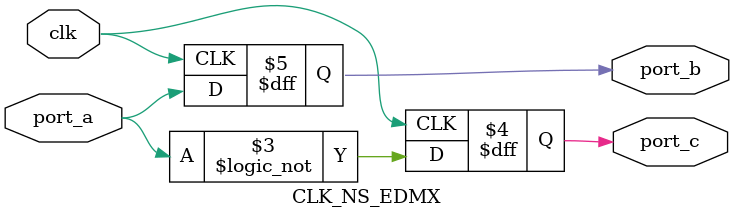
<source format=v>
module CLK_NS_EDMX (clk, port_a, port_b, port_c); 
   input clk, port_a; 
   output port_b, port_c; 
   reg port_b, port_c; 

   always @(posedge clk)   
   begin     
      port_b <= port_a;   
   end

   always @(negedge clk)   
   begin     
      port_c <= !port_a;   
   end 
endmodule


</source>
